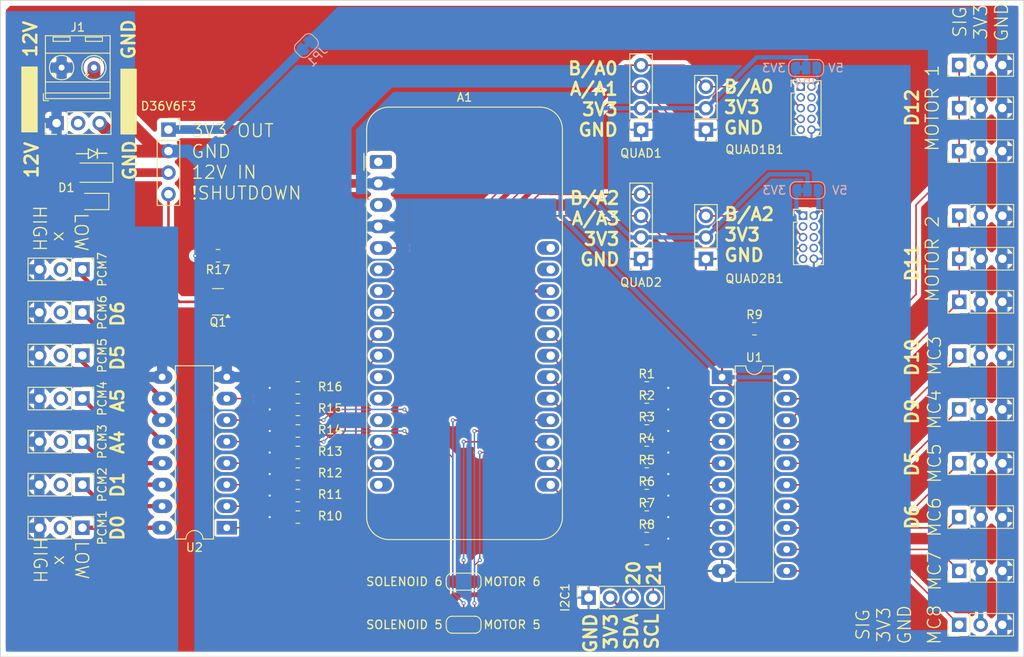
<source format=kicad_pcb>
(kicad_pcb (version 20240108) (generator "pcbnew") (generator_version "8.0")
  (layers (0 "F.Cu" signal) (31 "B.Cu" signal) (34 "B.Paste" user) (35 "F.Paste" user) (36 "B.SilkS" user "B.Silkscreen") (37 "F.SilkS" user "F.Silkscreen") (38 "B.Mask" user) (39 "F.Mask" user) (44 "Edge.Cuts" user))
  (net 0 "")
  (net 1 "MC2")
  (net 2 "QUAD_1B")
  (net 7 "MC3")
  (net 8 "Net-(A1-SCL{slash}D21)")
  (net 11 "MC4")
  (net 14 "GND")
  (net 15 "MC1")
  (net 16 "QUAD_2B")
  (net 17 "MC6")
  (net 19 "MC5")
  (net 20 "QUAD_2A")
  (net 21 "QUAD_1A")
  (net 22 "Net-(A1-SDA{slash}D20)")
  (net 23 "/MOTOR #8 OUTPUT")
  (net 24 "Net-(U1-~{OE})")
  (net 25 "/MOTOR #3 OUTPUT")
  (net 26 "/MOTOR #5 OUTPUT")
  (net 27 "+3V3")
  (net 28 "MC8")
  (net 29 "/MOTOR #7 OUTPUT")
  (net 30 "/MOTOR #1 OUTPUT")
  (net 31 "/MOTOR #4 OUTPUT")
  (net 32 "/MOTOR #6 OUTPUT")
  (net 33 "/MOTOR #2 OUTPUT")
  (net 34 "MC7")
  (net 35 "PC7")
  (net 36 "PC4")
  (net 37 "PC5")
  (net 38 "PC3")
  (net 39 "+12V")
  (net 40 "PC1")
  (net 41 "PC6")
  (net 42 "PC2")
  (net 43 "+5V")
  (net 44 "/!SHUTDOWN")
  (net 45 "/Q1_3V3")
  (net 56 "Net-(JP4-B)")
  (net 57 "/SOL1")
  (net 58 "/SOL2")
  (net 59 "/SOL3")
  (net 60 "/SOL4")
  (net 61 "/SOL5")
  (net 62 "/SOL6")
  (net 63 "/SOL7")
  (net 64 "IO6")
  (net 65 "IO5")
  (net 73 "VUSB")
  (net 75 "/Q2_3V3")
  (net 76 "Net-(JP5-B)")
  (net 77 "/+12VDC_REG")
  (footprint "Connector_PinHeader_2.54mm:PinHeader_1x03_P2.54mm_Vertical" (layer "F.Cu") (at 154.94 129.54 90)
    (property "Reference" "MC8")
    (property "Value" "Conn_01x03_Pin" (hide yes))
  )
  (footprint "Connector_PinHeader_2.54mm:PinHeader_1x03_P2.54mm_Vertical" (layer "F.Cu") (at 154.955 91.44 90)
    (property "Reference" "MC2A1" (hide yes))
    (property "Value" "Conn_01x03_Pin" (hide yes))
  )
  (footprint "Resistor_SMD:R_0805_2012Metric" (layer "F.Cu") (at 118.11 111.76)
    (property "Reference" "R5")
    (property "Value" "10k")
  )
  (footprint "Resistor_SMD:R_0805_2012Metric" (layer "F.Cu") (at 118.11 101.6)
    (property "Reference" "R1")
    (property "Value" "10k")
  )
  (footprint "Connector_PinHeader_2.54mm:PinHeader_1x03_P2.54mm_Vertical" (layer "F.Cu") (at 154.955 86.36 90)
    (property "Reference" "MC2B1" (hide yes))
    (property "Value" "Conn_01x03_Pin" (hide yes))
  )
  (footprint "Connector_PinHeader_2.54mm:PinHeader_1x03_P2.54mm_Vertical" (layer "F.Cu") (at 51.577 87.615 -90)
    (property "Reference" "PCM7")
    (property "Value" "Conn_01x03_Pin" (hide yes))
  )
  (footprint "Connector_PinHeader_2.54mm:PinHeader_1x03_P2.54mm_Vertical" (layer "F.Cu") (at 154.955 97.79 90)
    (property "Reference" "MC3")
    (property "Value" "Conn_01x03_Pin" (hide yes))
  )
  (footprint "Connector_PinHeader_2.54mm:PinHeader_1x03_P2.54mm_Vertical" (layer "F.Cu") (at 154.94 73.66 90)
    (property "Reference" "MC1A1" (hide yes))
    (property "Value" "Conn_01x03_Pin" (hide yes))
  )
  (footprint "Package_DIP:DIP-20_W7.62mm_LongPads" (layer "F.Cu") (at 126.985 100.335)
    (property "Reference" "U1")
    (property "Value" "SN74LVC245APW")
  )
  (footprint "Resistor_SMD:R_0805_2012Metric" (layer "F.Cu") (at 118.11 109.22)
    (property "Reference" "R4")
    (property "Value" "10k")
  )
  (footprint "Resistor_SMD:R_0805_2012Metric" (layer "F.Cu") (at 118.11 116.84)
    (property "Reference" "R7")
    (property "Value" "10k")
  )
  (footprint "Resistor_SMD:R_0805_2012Metric" (layer "F.Cu") (at 76.977 109.22 180)
    (property "Reference" "R13")
    (property "Value" "10kOhms" (hide yes))
  )
  (footprint "Resistor_SMD:R_0805_2012Metric" (layer "F.Cu") (at 76.977 101.6 180)
    (property "Reference" "R16")
    (property "Value" "10kOhms")
  )
  (footprint "Connector_PinHeader_2.54mm:PinHeader_1x03_P2.54mm_Vertical" (layer "F.Cu") (at 51.577 92.695 -90)
    (property "Reference" "PCM6")
    (property "Value" "Conn_01x03_Pin" (hide yes))
  )
  (footprint "Connector_PinHeader_2.54mm:PinHeader_1x03_P2.54mm_Vertical" (layer "F.Cu") (at 51.577 102.855 -90)
    (property "Reference" "PCM4")
    (property "Value" "Conn_01x03_Pin" (hide yes))
  )
  (footprint "Connector_PinSocket_2.54mm:PinSocket_1x04_P2.54mm_Vertical" (layer "F.Cu") (at 111.252 126.3396 90)
    (property "Reference" "I2C1")
    (property "Value" "Conn_01x04_Pin" (hide yes))
  )
  (footprint "Resistor_SMD:R_0805_2012Metric" (layer "F.Cu") (at 76.977 104.14 180)
    (property "Reference" "R15")
    (property "Value" "10kOhms" (hide yes))
  )
  (footprint "Package_DIP:DIP-16_W7.62mm_LongPads" (layer "F.Cu") (at 68.595 118.095 180)
    (property "Reference" "U2")
    (property "Value" "ULN2003")
  )
  (footprint "Connector_PinHeader_2.54mm:PinHeader_1x03_P2.54mm_Vertical" (layer "F.Cu") (at 154.94 116.84 90)
    (property "Reference" "MC6")
    (property "Value" "Conn_01x03_Pin" (hide yes))
  )
  (footprint "TerminalBlock_MetzConnect:TerminalBlock_MetzConnect_Type086_RT03402HBLC_1x02_P3.81mm_Horizontal" (layer "F.Cu") (at 49.1236 63.8048)
    (property "Reference" "J1")
    (property "Value" "Conn_01x02_Pin")
  )
  (footprint "Resistor_SMD:R_0805_2012Metric" (layer "F.Cu") (at 76.977 111.76 180)
    (property "Reference" "R12")
    (property "Value" "10kOhms" (hide yes))
  )
  (footprint "Resistor_SMD:R_0805_2012Metric" (layer "F.Cu") (at 76.977 106.68 180)
    (property "Reference" "R14")
    (property "Value" "10kOhms" (hide yes))
  )
  (footprint "Connector_PinHeader_2.54mm:PinHeader_1x03_P2.54mm_Vertical" (layer "F.Cu") (at 154.955 81.28 90)
    (property "Reference" "MC2C1" (hide yes))
    (property "Value" "Conn_01x03_Pin" (hide yes))
  )
  (footprint "Connector_PinHeader_2.54mm:PinHeader_1x03_P2.54mm_Vertical" (layer "F.Cu") (at 125.085 86.38 180)
    (property "Reference" "QUAD2B1")
    (property "Value" "Conn_01x03_Pin" (hide yes))
  )
  (footprint "Module:Adafruit_Feather_M0_RFM" (layer "F.Cu") (at 86.4675 74.93)
    (property "Reference" "A1")
    (property "Value" "Adafruit_Feather_M0_RFM9x_LoRa_Radio")
  )
  (footprint "Connector_PinSocket_2.54mm:PinSocket_1x04_P2.54mm_Vertical" (layer "F.Cu") (at 117.44 86.38 180)
    (property "Reference" "QUAD2")
    (property "Value" "Conn_01x04_Pin" (hide yes))
  )
  (footprint "Connector_PinHeader_2.54mm:PinHeader_1x03_P2.54mm_Vertical" (layer "F.Cu") (at 51.577 118.095 -90)
    (property "Reference" "PCM1")
    (property "Value" "Conn_01x03_Pin" (hide yes))
  )
  (footprint "Connector_PinSocket_2.54mm:PinSocket_1x04_P2.54mm_Vertical" (layer "F.Cu") (at 61.722 71.12)
    (property "Reference" "D36V6F3")
    (property "Value" "Conn_01x04_Pin")
  )
  (footprint "Resistor_SMD:R_0805_2012Metric" (layer "F.Cu") (at 118.11 104.14)
    (property "Reference" "R2")
    (property "Value" "10k")
  )
  (footprint "Connector_PinHeader_2.54mm:PinHeader_1x03_P2.54mm_Vertical" (layer "F.Cu") (at 154.94 68.58 90)
    (property "Reference" "MC1C1" (hide yes))
    (property "Value" "Conn_01x03_Pin" (hide yes))
  )
  (footprint "Diode_SMD:D_1206_3216Metric" (layer "F.Cu") (at 52.8828 76.2 180)
    (property "Reference" "D1")
    (property "Value" "D" (hide yes))
  )
  (footprint "Resistor_SMD:R_0805_2012Metric" (layer "F.Cu") (at 118.11 114.3)
    (property "Reference" "R6")
    (property "Value" "10k")
  )
  (footprint "Connector_PinHeader_2.54mm:PinHeader_1x03_P2.54mm_Vertical" (layer "F.Cu") (at 51.577 107.935 -90)
    (property "Reference" "PCM3")
    (property "Value" "Conn_01x03_Pin" (hide yes))
  )
  (footprint "Connector_PinHeader_2.54mm:PinHeader_1x03_P2.54mm_Vertical" (layer "F.Cu") (at 154.955 123.19 90)
    (property "Reference" "MC7")
    (property "Value" "Conn_01x03_Pin" (hide yes))
  )
  (footprint "Connector_PinHeader_1.27mm:PinHeader_2x05_P1.27mm_Vertical" (layer "F.Cu") (at 136.261 66.05)
    (property "Reference" "QUAD1_CTRE1" (hide yes))
    (property "Value" "3220-10-0100-00" (hide yes))
  )
  (footprint "Connector_PinHeader_2.54mm:PinHeader_1x03_P2.54mm_Vertical" (layer "F.Cu") (at 48.529 70.358 90)
    (property "Reference" "12V_INPUT1" (hide yes))
    (property "Value" "Conn_01x03_Pin" (hide yes))
  )
  (footprint "Package_TO_SOT_SMD:SOT-23" (layer "F.Cu") (at 67.564 91.44 180)
    (property "Reference" "Q1")
    (property "Value" "BSS138")
  )
  (footprint "Resistor_SMD:R_0805_2012Metric" (layer "F.Cu") (at 76.977 116.84 180)
    (property "Reference" "R10")
    (property "Value" "10kOhms" (hide yes))
  )
  (footprint "Resistor_SMD:R_0805_2012Metric" (layer "F.Cu") (at 130.81 94.615)
    (property "Reference" "R9")
    (property "Value" "10kOhms")
  )
  (footprint "Resistor_SMD:R_0805_2012Metric" (layer "F.Cu") (at 118.11 119.38)
    (property "Reference" "R8")
    (property "Value" "10k")
  )
  (footprint "Connector_PinHeader_2.54mm:PinHeader_1x03_P2.54mm_Vertical" (layer "F.Cu") (at 154.94 104.14 90)
    (property "Reference" "MC4")
    (property "Value" "Conn_01x03_Pin" (hide yes))
  )
  (footprint "Diode_SMD:D_0805_2012Metric_Pad1.15x1.40mm_HandSolder" (layer "F.Cu") (at 52.832 79.6036 180)
    (property "Reference" "D2" (hide yes))
    (property "Value" "D" (hide yes))
  )
  (footprint "Jumper:SolderJumper-3_P1.3mm_Open_RoundedPad1.0x1.5mm_NumberLabels" (layer "F.Cu") (at 96.52 129.54 180)
    (property "Reference" "JP3" (hide yes))
    (property "Value" "SolderJumper_3_Open" (hide yes))
  )
  (footprint "Connector_PinHeader_2.54mm:PinHeader_1x03_P2.54mm_Vertical" (layer "F.Cu") (at 51.577 113.015 -90)
    (property "Reference" "PCM2")
    (property "Value" "Conn_01x03_Pin" (hide yes))
  )
  (footprint "Connector_PinHeader_2.54mm:PinHeader_1x03_P2.54mm_Vertical" (layer "F.Cu") (at 125.085 71.14 180)
    (property "Reference" "QUAD1B1")
    (property "Value" "Conn_01x03_Pin" (hide yes))
  )
  (footprint "Jumper:SolderJumper-3_P1.3mm_Open_RoundedPad1.0x1.5mm_NumberLabels" (layer "F.Cu") (at 96.52 124.46 180)
    (property "Reference" "JP2" (hide yes))
    (property "Value" "SolderJumper_3_Open" (hide yes))
  )
  (footprint "Connector_PinHeader_2.54mm:PinHeader_1x03_P2.54mm_Vertical" (layer "F.Cu") (at 154.955 110.49 90)
    (property "Reference" "MC5")
    (property "Value" "Conn_01x03_Pin" (hide yes))
  )
  (footprint "Connector_PinHeader_2.54mm:PinHeader_1x03_P2.54mm_Vertical" (layer "F.Cu") (at 154.94 63.5 90)
    (property "Reference" "MC1B1" (hide yes))
    (property "Value" "Conn_01x03_Pin" (hide yes))
  )
  (footprint "Resistor_SMD:R_0805_2012Metric" (layer "F.Cu") (at 67.564 86.0044 180)
    (property "Reference" "R17")
    (property "Value" "10kOhms")
  )
  (footprint "Connector_PinHeader_2.54mm:PinHeader_1x03_P2.54mm_Vertical" (layer "F.Cu") (at 51.577 97.775 -90)
    (property "Reference" "PCM5")
    (property "Value" "Conn_01x03_Pin" (hide yes))
  )
  (footprint "Connector_PinHeader_1.27mm:PinHeader_2x05_P1.27mm_Vertical" (layer "F.Cu") (at 136.535 81.28)
    (property "Reference" "QUAD2_CTRE1" (hide yes))
    (property "Value" "3220-10-0100-00" (hide yes))
  )
  (footprint "Resistor_SMD:R_0805_2012Metric" (layer "F.Cu") (at 118.11 106.68)
    (property "Reference" "R3")
    (property "Value" "10k")
  )
  (footprint "Connector_PinSocket_2.54mm:PinSocket_1x04_P2.54mm_Vertical" (layer "F.Cu") (at 117.44 71.14 180)
    (property "Reference" "QUAD1")
    (property "Value" "Conn_01x04_Pin" (hide yes))
  )
  (footprint "Resistor_SMD:R_0805_2012Metric" (layer "F.Cu") (at 76.977 114.3 180)
    (property "Reference" "R11")
    (property "Value" "10kOhms" (hide yes))
  )
  (footprint "Jumper:SolderJumper-2_P1.3mm_Bridged_RoundedPad1.0x1.5mm" (layer "B.Cu") (at 77.978 61.214 45)
    (property "Reference" "JP1")
    (property "Value" "SolderJumper_2_Bridged" (hide yes))
  )
  (footprint "Jumper:SolderJumper-3_P1.3mm_Bridged12_RoundedPad1.0x1.5mm_NumberLabels" (layer "B.Cu") (at 136.906 63.8556)
    (property "Reference" "JP4")
    (property "Value" "SolderJumper_3_Open" (hide yes))
  )
  (footprint "Jumper:SolderJumper-3_P1.3mm_Bridged12_RoundedPad1.0x1.5mm_NumberLabels" (layer "B.Cu") (at 137.0584 78.2828)
    (property "Reference" "JP5" (hide yes))
    (property "Value" "SolderJumper_3_Open" (hide yes))
  )
  (gr_line (start 53.34 73.914) (end 53.34 74.5236) (stroke (width 0.15)) (layer "F.SilkS"))
  (gr_line (start 52.2732 73.9648) (end 50.8508 73.9648) (stroke (width 0.15)) (layer "F.SilkS"))
  (gr_rect (start 44.45 63.754) (end 46.228 71.374) (stroke (width 0.15)) (fill solid) (layer "F.SilkS"))
  (gr_line (start 53.34 73.914) (end 54.4576 73.914) (stroke (width 0.15)) (layer "F.SilkS"))
  (gr_line (start 52.2732 73.406) (end 52.2732 74.5236) (stroke (width 0.15)) (layer "F.SilkS"))
  (gr_line (start 53.34 73.914) (end 52.2732 73.406) (stroke (width 0.15)) (layer "F.SilkS"))
  (gr_rect (start 56.134 64.008) (end 57.912 71.628) (stroke (width 0.15)) (fill solid) (layer "F.SilkS"))
  (gr_line (start 52.2732 74.5236) (end 53.34 73.914) (stroke (width 0.15)) (layer "F.SilkS"))
  (gr_line (start 53.34 73.406) (end 53.34 73.914) (stroke (width 0.15)) (layer "F.SilkS"))
  (gr_line (start 53.34 73.914) (end 53.34 73.406) (stroke (width 0.15)) (layer "F.SilkS"))
  (gr_line (start 162.56 55.88) (end 162.56 133.35) (stroke (width 0.1)) (layer "Edge.Cuts"))
  (gr_line (start 162.56 133.35) (end 41.91 133.35) (stroke (width 0.1)) (layer "Edge.Cuts"))
  (gr_line (start 41.91 55.88) (end 162.56 55.88) (stroke (width 0.1)) (layer "Edge.Cuts"))
  (gr_line (start 41.91 133.35) (end 41.91 55.88) (stroke (width 0.1)) (layer "Edge.Cuts"))
  (gr_text "D12\n" (at 150.2664 68.5292 90) (layer "F.SilkS") (effects (font (size 1.5 1.5) (thickness 0.3) (bold yes)) (justify bottom)))
  (gr_text "B/A2\nA/A3\n3V3\nGND" (at 115.062 87.3252 0) (layer "F.SilkS") (effects (font (size 1.5 1.5) (thickness 0.3) (bold yes)) (justify right bottom)))
  (gr_text "GND\n3V3\nSDA\nSCL" (at 119.5832 128.0668 90) (layer "F.SilkS") (effects (font (size 1.5 1.5) (thickness 0.3) (bold yes)) (justify right bottom)))
  (gr_text "GND" (at 57.912 62.992 90) (layer "F.SilkS") (effects (font (size 1.524 1.524) (thickness 0.3) (bold yes)) (justify left bottom)))
  (gr_text "MOTOR 2\n" (at 152.669 86.36 90) (layer "F.SilkS") (effects (font (size 1.524 1.524)) (justify bottom)))
  (gr_text "A4" (at 56.5912 108.0008 90) (layer "F.SilkS") (effects (font (size 1.5 1.5) (thickness 0.3) (bold yes)) (justify bottom)))
  (gr_text "A5" (at 56.5912 103.0732 90) (layer "F.SilkS") (effects (font (size 1.5 1.5) (thickness 0.3) (bold yes)) (justify bottom)))
  (gr_text "LOW\n x \nHIGH\n" (at 48.9712 85.598 270) (layer "F.SilkS") (effects (font (size 1.524 1.524)) (justify right)))
  (gr_text "D0" (at 56.5912 118.11 90) (layer "F.SilkS") (effects (font (size 1.5 1.5) (thickness 0.3) (bold yes)) (justify bottom)))
  (gr_text "B/A2\n3V3\nGND" (at 127.1016 86.8172 0) (layer "F.SilkS") (effects (font (size 1.5 1.5) (thickness 0.3) (bold yes)) (justify left bottom)))
  (gr_text "D1" (at 56.5912 113.03 90) (layer "F.SilkS") (effects (font (size 1.5 1.5) (thickness 0.3) (bold yes)) (justify bottom)))
  (gr_text "D5\n" (at 56.5912 98.044 90) (layer "F.SilkS") (effects (font (size 1.5 1.5) (thickness 0.3) (bold yes)) (justify bottom)))
  (gr_text "SIG\n3V3\nGND" (at 157.48 58.42 90) (layer "F.SilkS") (effects (font (size 1.524 1.524))))
  (gr_text "LOW\n x \nHIGH\n" (at 49.037 121.92 270) (layer "F.SilkS") (effects (font (size 1.524 1.524))))
  (gr_text "D10\n" (at 150.2664 97.9932 90) (layer "F.SilkS") (effects (font (size 1.5 1.5) (thickness 0.3) (bold yes)) (justify bottom)))
  (gr_text "GND" (at 58.0644 77.2668 90) (layer "F.SilkS") (effects (font (size 1.524 1.524) (thickness 0.3) (bold yes)) (justify left bottom)))
  (gr_text "D5\n" (at 150.2664 110.5408 90) (layer "F.SilkS") (effects (font (size 1.5 1.5) (thickness 0.3) (bold yes)) (justify bottom)))
  (gr_text "12V" (at 46.482 77.0128 90) (layer "F.SilkS") (effects (font (size 1.524 1.524) (thickness 0.3) (bold yes)) (justify left bottom)))
  (gr_text "D9" (at 150.2664 104.394 90) (layer "F.SilkS") (effects (font (size 1.5 1.5) (thickness 0.3) (bold yes)) (justify bottom)))
  (gr_text "MOTOR 1" (at 152.654 68.58 90) (layer "F.SilkS") (effects (font (size 1.524 1.524)) (justify bottom)))
  (gr_text "3V3 OUT\nGND\n12V IN\n!SHUTDOWN" (at 64.33 74.93 0) (layer "F.SilkS") (effects (font (size 1.524 1.524)) (justify left)))
  (gr_text "B/A0\n3V3\nGND" (at 127.0508 71.7804 0) (layer "F.SilkS") (effects (font (size 1.5 1.5) (thickness 0.3) (bold yes)) (justify left bottom)))
  (gr_text "B/A0\nA/A1\n3V3\nGND" (at 114.8588 72.0344 0) (layer "F.SilkS") (effects (font (size 1.5 1.5) (thickness 0.3) (bold yes)) (justify right bottom)))
  (gr_text "D11" (at 150.2664 86.8172 90) (layer "F.SilkS") (effects (font (size 1.5 1.5) (thickness 0.3) (bold yes)) (justify bottom)))
  (gr_text "D6" (at 150.2664 116.7892 90) (layer "F.SilkS") (effects (font (size 1.5 1.5) (thickness 0.3) (bold yes)) (justify bottom)))
  (gr_text "SIG\n3V3\nGND" (at 146.05 129.54 90) (layer "F.SilkS") (effects (font (size 1.524 1.524))))
  (gr_text "D6" (at 56.5912 92.8624 90) (layer "F.SilkS") (effects (font (size 1.5 1.5) (thickness 0.3) (bold yes)) (justify bottom)))
  (gr_text "12V" (at 46.3296 62.738 90) (layer "F.SilkS") (effects (font (size 1.524 1.524) (thickness 0.3) (bold yes)) (justify left bottom)))
  (gr_text "20\n21" (at 119.8372 121.8184 90) (layer "F.SilkS") (effects (font (size 1.5 1.5) (thickness 0.3) (bold yes)) (justify right bottom)))
  (segment (start 118.11 105.415) (end 114.4125 105.415) (width 0.1778) (layer "F.Cu") (net 1))
  (segment (start 114.4125 105.415) (end 106.7875 97.79) (width 0.1778) (layer "F.Cu") (net 1))
  (segment (start 126.985 105.415) (end 118.11 105.415) (width 0.1778) (layer "F.Cu") (net 1))
  (segment (start 117.1975 104.14) (end 117.1975 104.5025) (width 0.1778) (layer "F.Cu") (net 1))
  (segment (start 117.1975 104.5025) (end 118.11 105.415) (width 0.1778) (layer "F.Cu") (net 1))
  (segment (start 125.085 66.06) (end 133.731 66.06) (width 0.1778) (layer "F.Cu") (net 2))
  (segment (start 122.545 63.52) (end 125.085 66.06) (width 0.1778) (layer "F.Cu") (net 2))
  (segment (start 86.4675 85.09) (end 93.98 85.09) (width 0.1778) (layer "F.Cu") (net 2))
  (segment (start 133.731 66.06) (end 136.261 68.59) (width 0.1778) (layer "F.Cu") (net 2))
  (segment (start 93.98 85.09) (end 115.57 63.5) (width 0.1778) (layer "F.Cu") (net 2))
  (segment (start 115.59 63.52) (end 117.44 63.52) (width 0.1778) (layer "F.Cu") (net 2))
  (segment (start 115.57 63.5) (end 115.59 63.52) (width 0.1778) (layer "F.Cu") (net 2))
  (segment (start 117.44 63.52) (end 122.545 63.52) (width 0.1778) (layer "F.Cu") (net 2))
  (segment (start 117.1975 106.68) (end 117.1975 107.0425) (width 0.1778) (layer "F.Cu") (net 7))
  (segment (start 126.985 107.955) (end 118.11 107.955) (width 0.1778) (layer "F.Cu") (net 7))
  (segment (start 118.11 107.955) (end 114.4125 107.955) (width 0.1778) (layer "F.Cu") (net 7))
  (segment (start 114.4125 107.955) (end 106.7875 100.33) (width 0.1778) (layer "F.Cu") (net 7))
  (segment (start 117.1975 107.0425) (end 118.11 107.955) (width 0.1778) (layer "F.Cu") (net 7))
  (segment (start 118.872 126.3396) (end 118.872 124.714) (width 0.1778) (layer "F.Cu") (net 8))
  (segment (start 112.8268 116.5293) (end 112.8268 118.6688) (width 0.1778) (layer "F.Cu") (net 8))
  (segment (start 106.7875 110.49) (end 112.8268 116.5293) (width 0.1778) (layer "F.Cu") (net 8))
  (segment (start 118.872 124.714) (end 112.8268 118.6688) (width 0.1778) (layer "F.Cu") (net 8))
  (segment (start 117.1975 109.22) (end 117.1975 109.5825) (width 0.1778) (layer "F.Cu") (net 11))
  (segment (start 126.985 110.495) (end 118.11 110.495) (width 0.1778) (layer "F.Cu") (net 11))
  (segment (start 118.11 110.495) (end 114.4125 110.495) (width 0.1778) (layer "F.Cu") (net 11))
  (segment (start 117.1975 109.5825) (end 118.11 110.495) (width 0.1778) (layer "F.Cu") (net 11))
  (segment (start 114.4125 110.495) (end 106.7875 102.87) (width 0.1778) (layer "F.Cu") (net 11))
  (segment (start 56.911 73.66) (end 61.722 73.66) (width 1.524) (layer "F.Cu") (net 14))
  (segment (start 160.035 73.675) (end 160.02 73.66) (width 0.381) (layer "F.Cu") (net 14))
  (segment (start 66.6515 89.9179) (end 66.6515 86.0044) (width 0.3048) (layer "F.Cu") (net 14))
  (segment (start 67.2236 90.49) (end 66.6515 89.9179) (width 0.3048) (layer "F.Cu") (net 14))
  (segment (start 160.035 104.155) (end 160.02 104.14) (width 0.381) (layer "F.Cu") (net 14))
  (segment (start 119.0225 119.38) (end 120.65 119.38) (width 0.508) (layer "F.Cu") (net 14))
  (segment (start 76.0645 104.14) (end 73.66 104.14) (width 0.508) (layer "F.Cu") (net 14))
  (segment (start 76.0645 111.76) (end 73.66 111.76) (width 0.508) (layer "F.Cu") (net 14))
  (segment (start 160.035 86.36) (end 160.035 81.28) (width 0.381) (layer "F.Cu") (net 14))
  (segment (start 160.035 116.855) (end 160.02 116.84) (width 0.381) (layer "F.Cu") (net 14))
  (segment (start 119.0225 114.3) (end 120.65 114.3) (width 0.508) (layer "F.Cu") (net 14))
  (segment (start 160.035 110.49) (end 160.035 104.155) (width 0.381) (layer "F.Cu") (net 14))
  (segment (start 160.035 123.19) (end 160.035 116.855) (width 0.381) (layer "F.Cu") (net 14))
  (segment (start 160.02 116.84) (end 160.02 110.505) (width 0.381) (layer "F.Cu") (net 14))
  (segment (start 119.0225 106.68) (end 120.65 106.68) (width 0.508) (layer "F.Cu") (net 14))
  (segment (start 160.02 73.66) (end 160.02 68.58) (width 0.381) (layer "F.Cu") (net 14))
  (segment (start 66.6515 86.0044) (end 64.8716 86.0044) (width 0.3048) (layer "F.Cu") (net 14))
  (segment (start 61.722 73.66) (end 60.5028 73.66) (width 1.524) (layer "F.Cu") (net 14))
  (segment (start 160.02 129.54) (end 160.02 123.205) (width 0.381) (layer "F.Cu") (net 14))
  (segment (start 52.9336 66.0908) (end 52.9336 63.8048) (width 1.524) (layer "F.Cu") (net 14))
  (segment (start 76.0645 101.6) (end 73.66 101.6) (width 0.508) (layer "F.Cu") (net 14))
  (segment (start 119.0225 111.76) (end 120.65 111.76) (width 0.508) (layer "F.Cu") (net 14))
  (segment (start 160.02 104.14) (end 160.02 97.805) (width 0.381) (layer "F.Cu") (net 14))
  (segment (start 160.02 97.805) (end 160.035 97.79) (width 0.381) (layer "F.Cu") (net 14))
  (segment (start 76.0645 109.22) (end 73.66 109.22) (width 0.508) (layer "F.Cu") (net 14))
  (segment (start 76.0645 114.3) (end 73.66 114.3) (width 0.508) (layer "F.Cu") (net 14))
  (segment (start 76.0645 106.68) (end 73.66 106.68) (width 0.508) (layer "F.Cu") (net 14))
  (segment (start 119.0225 109.22) (end 120.65 109.22) (width 0.508) (layer "F.Cu") (net 14))
  (segment (start 160.035 81.28) (end 160.035 73.675) (width 0.381) (layer "F.Cu") (net 14))
  (segment (start 119.0225 104.14) (end 120.65 104.14) (width 0.508) (layer "F.Cu") (net 14))
  (segment (start 160.035 86.36) (end 160.035 91.44) (width 0.381) (layer "F.Cu") (net 14))
  (segment (start 60.5028 73.66) (end 52.9336 66.0908) (width 1.524) (layer "F.Cu") (net 14))
  (segment (start 160.02 110.505) (end 160.035 110.49) (width 0.381) (layer "F.Cu") (net 14))
  (segment (start 53.609 70.358) (end 56.911 73.66) (width 1.524) (layer "F.Cu") (net 14))
  (segment (start 119.0225 101.6) (end 120.65 101.6) (width 0.508) (layer "F.Cu") (net 14))
  (segment (start 68.5015 90.49) (end 67.2236 90.49) (width 0.3048) (layer "F.Cu") (net 14))
  (segment (start 160.02 68.58) (end 160.02 63.5) (width 0.381) (layer "F.Cu") (net 14))
  (segment (start 160.02 123.205) (end 160.035 123.19) (width 0.381) (layer "F.Cu") (net 14))
  (segment (start 76.0645 116.84) (end 73.66 116.84) (width 0.508) (layer "F.Cu") (net 14))
  (segment (start 160.035 97.79) (end 160.035 91.44) (width 0.381) (layer "F.Cu") (net 14))
  (segment (start 119.0225 116.84) (end 120.65 116.84) (width 0.508) (layer "F.Cu") (net 14))
  (via (at 120.65 109.22) (size 0.4572) (drill 0.254) (layers "F.Cu" "B.Cu") (net 14))
  (via (at 73.66 106.68) (size 0.4572) (drill 0.254) (layers "F.Cu" "B.Cu") (net 14))
  (via (at 73.66 111.76) (size 0.4572) (drill 0.254) (layers "F.Cu" "B.Cu") (net 14))
  (via (at 120.65 114.3) (size 0.4572) (drill 0.254) (layers "F.Cu" "B.Cu") (net 14))
  (via (at 64.8716 86.0044) (size 0.4572) (drill 0.254) (layers "F.Cu" "B.Cu") (net 14))
  (via (at 73.66 101.6) (size 0.4572) (drill 0.254) (layers "F.Cu" "B.Cu") (net 14))
  (via (at 73.66 104.14) (size 0.4572) (drill 0.254) (layers "F.Cu" "B.Cu") (net 14))
  (via (at 73.66 109.22) (size 0.4572) (drill 0.254) (layers "F.Cu" "B.Cu") (net 14))
  (via (at 73.66 116.84) (size 0.4572) (drill 0.254) (layers "F.Cu" "B.Cu") (net 14))
  (via (at 120.65 111.76) (size 0.4572) (drill 0.254) (layers "F.Cu" "B.Cu") (net 14))
  (via (at 120.65 106.68) (size 0.4572) (drill 0.254) (layers "F.Cu" "B.Cu") (net 14))
  (via (at 73.66 114.3) (size 0.4572) (drill 0.254) (layers "F.Cu" "B.Cu") (net 14))
  (via (at 120.65 101.6) (size 0.4572) (drill 0.254) (layers "F.Cu" "B.Cu") (net 14))
  (via (at 120.65 119.38) (size 0.4572) (drill 0.254) (layers "F.Cu" "B.Cu") (net 14))
  (via (at 120.65 104.14) (size 0.4572) (drill 0.254) (layers "F.Cu" "B.Cu") (net 14))
  (via (at 120.65 116.84) (size 0.4572) (drill 0.254) (layers "F.Cu" "B.Cu") (net 14))
  (segment (start 61.79 73.7) (end 61.83 73.66) (width 1.524) (layer "B.Cu") (net 14))
  (segment (start 61.83 73.66) (end 64.135 73.66) (width 1.524) (layer "B.Cu") (net 14))
  (segment (start 64.135 73.66) (end 67.31 76.835) (width 1.524) (layer "B.Cu") (net 14))
  (segment (start 117.1975 101.6) (end 117.1975 101.9625) (width 0.1778) (layer "F.Cu") (net 15))
  (segment (start 114.4125 102.875) (end 106.7875 95.25) (width 0.1778) (layer "F.Cu") (net 15))
  (segment (start 117.1975 101.9625) (end 118.11 102.875) (width 0.1778) (layer "F.Cu") (net 15))
  (segment (start 126.985 102.875) (end 118.11 102.875) (width 0.1778) (layer "F.Cu") (net 15))
  (segment (start 118.11 102.875) (end 114.4125 102.875) (width 0.1778) (layer "F.Cu") (net 15))
  (segment (start 105.41 78.74) (end 106.68 78.74) (width 0.1778) (layer "F.Cu") (net 16))
  (segment (start 117.44 78.76) (end 122.545 78.76) (width 0.1778) (layer "F.Cu") (net 16))
  (segment (start 86.4675 90.17) (end 93.98 90.17) (width 0.1778) (layer "F.Cu") (net 16))
  (segment (start 134.015 81.3) (end 136.535 83.82) (width 0.1778) (layer "F.Cu") (net 16))
  (segment (start 122.545 78.76) (end 125.085 81.3) (width 0.1778) (layer "F.Cu") (net 16))
  (segment (start 106.68 78.74) (end 106.7 78.76) (width 0.1778) (layer "F.Cu") (net 16))
  (segment (start 93.98 90.17) (end 105.41 78.74) (width 0.1778) (layer "F.Cu") (net 16))
  (segment (start 125.085 81.3) (end 134.015 81.3) (width 0.1778) (layer "F.Cu") (net 16))
  (segment (start 106.7 78.76) (end 117.44 78.76) (width 0.1778) (layer "F.Cu") (net 16))
  (segment (start 118.11 115.575) (end 114.305 115.575) (width 0.1778) (layer "F.Cu") (net 17))
  (segment (start 98.455 121.95) (end 98.425 121.92) (width 0.1524) (layer "F.Cu") (net 17))
  (segment (start 107.95 109.22) (end 98.425 109.22) (width 0.1778) (layer "F.Cu") (net 17))
  (segment (start 126.985 115.575) (end 118.11 115.575) (width 0.1778) (layer "F.Cu") (net 17))
  (segment (start 97.82 124.46) (end 97.82 122.525) (width 0.1524) (layer "F.Cu") (net 17))
  (segment (start 117.1975 114.3) (end 117.1975 114.6625) (width 0.1778) (layer "F.Cu") (net 17))
  (segment (start 114.305 115.575) (end 107.95 109.22) (width 0.1778) (layer "F.Cu") (net 17))
  (segment (start 97.82 122.525) (end 98.425 121.92) (width 0.1524) (layer "F.Cu") (net 17))
  (segment (start 117.1975 114.6625) (end 118.11 115.575) (width 0.1778) (layer "F.Cu") (net 17))
  (via (at 98.425 121.92) (size 0.4572) (drill 0.254) (layers "F.Cu" "B.Cu") (net 17))
  (via (at 98.425 109.22) (size 0.4572) (drill 0.254) (layers "F.Cu" "B.Cu") (net 17))
  (segment (start 98.425 109.22) (end 98.425 121.92) (width 0.1778) (layer "B.Cu") (net 17))
  (segment (start 114.305 113.035) (end 107.95 106.68) (width 0.1778) (layer "F.Cu") (net 19))
  (segment (start 97.82 127.03) (end 97.79 127) (width 0.1524) (layer "F.Cu") (net 19))
  (segment (start 117.1975 111.76) (end 117.1975 112.1225) (width 0.1778) (layer "F.Cu") (net 19))
  (segment (start 118.11 113.035) (end 114.305 113.035) (width 0.1778) (layer "F.Cu") (net 19))
  (segment (start 97.82 129.54) (end 97.82 127.03) (width 0.1524) (layer "F.Cu") (net 19))
  (segment (start 117.1975 112.1225) (end 118.11 113.035) (width 0.1778) (layer "F.Cu") (net 19))
  (segment (start 107.95 106.68) (end 97.79 106.68) (width 0.1778) (layer "F.Cu") (net 19))
  (segment (start 126.985 113.035) (end 118.11 113.035) (width 0.1778) (layer "F.Cu") (net 19))
  (via (at 97.79 106.68) (size 0.4572) (drill 0.254) (layers "F.Cu" "B.Cu") (net 19))
  (via (at 97.79 127) (size 0.4572) (drill 0.254) (layers "F.Cu" "B.Cu") (net 19))
  (segment (start 97.79 127) (end 97.79 106.68) (width 0.1524) (layer "B.Cu") (net 19))
  (segment (start 117.44 81.3) (end 121.23 85.09) (width 0.1778) (layer "F.Cu") (net 20))
  (segment (start 105.41 81.28) (end 106.68 81.28) (width 0.1778) (layer "F.Cu") (net 20))
  (segment (start 106.68 81.28) (end 106.7 81.3) (width 0.1778) (layer "F.Cu") (net 20))
  (segment (start 86.4675 92.71) (end 93.98 92.71) (width 0.1778) (layer "F.Cu") (net 20))
  (segment (start 93.98 92.71) (end 105.41 81.28) (width 0.1778) (layer "F.Cu") (net 20))
  (segment (start 106.7 81.3) (end 117.44 81.3) (width 0.1778) (layer "F.Cu") (net 20))
  (segment (start 121.23 85.09) (end 136.535 85.09) (width 0.1778) (layer "F.Cu") (net 20))
  (segment (start 121.24 69.86) (end 136.261 69.86) (width 0.1778) (layer "F.Cu") (net 21))
  (segment (start 115.57 66.04) (end 115.59 66.06) (width 0.1778) (layer "F.Cu") (net 21))
  (segment (start 86.4675 87.63) (end 93.98 87.63) (width 0.1778) (layer "F.Cu") (net 21))
  (segment (start 117.44 66.06) (end 121.24 69.86) (width 0.1778) (layer "F.Cu") (net 21))
  (segment (start 115.59 66.06) (end 117.44 66.06) (width 0.1778) (layer "F.Cu") (net 21))
  (segment (start 93.98 87.63) (end 115.57 66.04) (width 0.1778) (layer "F.Cu") (net 21))
  (segment (start 116.332 124.0536) (end 111.4044 119.126) (width 0.1778) (layer "F.Cu") (net 22))
  (segment (start 111.4044 117.6469) (end 106.7875 113.03) (width 0.1778) (layer "F.Cu") (net 22))
  (segment (start 116.332 126.3396) (end 116.332 124.0536) (width 0.1778) (layer "F.Cu") (net 22))
  (segment (start 111.4044 119.126) (end 111.4044 117.6469) (width 0.1778) (layer "F.Cu") (net 22))
  (segment (start 148.595 123.195) (end 154.94 129.54) (width 0.1778) (layer "F.Cu") (net 23))
  (segment (start 134.605 123.195) (end 148.595 123.195) (width 0.1778) (layer "F.Cu") (net 23))
  (segment (start 136.139 102.875) (end 136.652 102.362) (width 0.1778) (layer "F.Cu") (net 24))
  (segment (start 135.255 94.615) (end 131.7225 94.615) (width 0.1778) (layer "F.Cu") (net 24))
  (segment (start 136.652 102.362) (end 136.652 96.012) (width 0.1778) (layer "F.Cu") (net 24))
  (segment (start 136.652 96.012) (end 135.255 94.615) (width 0.1778) (layer "F.Cu") (net 24))
  (segment (start 134.605 102.875) (end 136.139 102.875) (width 0.1778) (layer "F.Cu") (net 24))
  (segment (start 142.25 110.495) (end 154.955 97.79) (width 0.1778) (layer "F.Cu") (net 25))
  (segment (start 134.605 110.495) (end 142.25 110.495) (width 0.1778) (layer "F.Cu") (net 25))
  (segment (start 149.87 115.575) (end 154.955 110.49) (width 0.1778) (layer "F.Cu") (net 26))
  (segment (start 134.605 115.575) (end 149.87 115.575) (width 0.1778) (layer "F.Cu") (net 26))
  (segment (start 86.4675 77.47) (end 82.55 77.47) (width 1.016) (layer "F.Cu") (net 27))
  (segment (start 130.7084 127) (end 128.6764 129.032) (width 0.254) (layer "F.Cu") (net 27))
  (segment (start 116.4844 129.032) (end 113.792 126.3396) (width 0.254) (layer "F.Cu") (net 27))
  (segment (start 126.985 95.9) (end 128.27 94.615) (width 0.254) (layer "F.Cu") (net 27))
  (segment (start 128.6764 129.032) (end 116.4844 129.032) (width 0.254) (layer "F.Cu") (net 27))
  (segment (start 130.7084 104.0584) (end 130.7084 127) (width 0.254) (layer "F.Cu") (net 27))
  (segment (start 126.985 100.335) (end 130.7084 104.0584) (width 0.254) (layer "F.Cu") (net 27))
  (segment (start 76.2 71.12) (end 61.722 71.12) (width 1.016) (layer "F.Cu") (net 27))
  (segment (start 82.55 77.47) (end 76.2 71.12) (width 1.016) (layer "F.Cu") (net 27))
  (segment (start 126.985 100.335) (end 126.985 95.9) (width 0.254) (layer "F.Cu") (net 27))
  (segment (start 128.27 94.615) (end 129.8975 94.615) (width 0.254) (layer "F.Cu") (net 27))
  (segment (start 131.0924 62.5926) (end 136.901 62.5926) (width 0.508) (layer "B.Cu") (net 27))
  (segment (start 132.5218 76.4032) (end 137.0584 76.4032) (width 0.508) (layer "B.Cu") (net 27))
  (segment (start 68.072 71.12) (end 77.518381 61.673619) (width 1.016) (layer "B.Cu") (net 27))
  (segment (start 136.901 62.5926) (end 136.906 62.5976) (width 0.508) (layer "B.Cu") (net 27))
  (segment (start 108.605 68.6) (end 117.44 68.6) (width 0.508) (layer "B.Cu") (net 27))
  (segment (start 117.44 83.84) (end 125.085 83.84) (width 0.508) (layer "B.Cu") (net 27))
  (segment (start 107.95 81.3) (end 107.95 77.47) (width 0.508) (layer "B.Cu") (net 27))
  (segment (start 117.44 68.6) (end 125.085 68.6) (width 0.508) (layer "B.Cu") (net 27))
  (segment (start 137.0584 76.4032) (end 137.0584 78.2828) (width 0.508) (layer "B.Cu") (net 27))
  (segment (start 116.225 83.84) (end 109.22 76.835) (width 0.508) (layer "B.Cu") (net 27))
  (segment (start 125.085 68.6) (end 131.0924 62.5926) (width 0.508) (layer "B.Cu") (net 27))
  (segment (start 136.906 62.5976) (end 136.906 63.8556) (width 0.508) (layer "B.Cu") (net 27))
  (segment (start 108.585 68.58) (end 108.605 68.6) (width 0.254) (layer "B.Cu") (net 27))
  (segment (start 126.985 100.335) (end 107.95 81.3) (width 0.508) (layer "B.Cu") (net 27))
  (segment (start 134.605 100.335) (end 126.985 100.335) (width 0.508) (layer "B.Cu") (net 27))
  (segment (start 117.44 83.84) (end 116.225 83.84) (width 0.508) (layer "B.Cu") (net 27))
  (segment (start 61.722 71.12) (end 68.072 71.12) (width 1.016) (layer "B.Cu") (net 27))
  (segment (start 125.085 83.84) (end 132.5218 76.4032) (width 0.508) (layer "B.Cu") (net 27))
  (segment (start 117.1975 119.38) (end 117.1975 119.7425) (width 0.1778) (layer "F.Cu") (net 28))
  (segment (start 117.1975 119.7425) (end 118.11 120.655) (width 0.1778) (layer "F.Cu") (net 28))
  (segment (start 126.985 120.655) (end 118.11 120.655) (width 0.1778) (layer "F.Cu") (net 28))
  (segment (start 154.955 123.19) (end 152.42 120.655) (width 0.1778) (layer "F.Cu") (net 29))
  (segment (start 152.42 120.655) (end 134.605 120.655) (width 0.1778) (layer "F.Cu") (net 29))
  (segment (start 135.005 105.415) (end 149.86 90.56) (width 0.1778) (layer "F.Cu") (net 30))
  (segment (start 154.94 63.5) (end 154.94 68.58) (width 0.1778) (layer "F.Cu") (net 30))
  (segment (start 134.605 105.415) (end 135.005 105.415) (width 0.1778) (layer "F.Cu") (net 30))
  (segment (start 149.86 80.01) (end 154.94 74.93) (width 0.1778) (layer "F.Cu") (net 30))
  (segment (start 154.94 74.93) (end 154.94 73.66) (width 0.1778) (layer "F.Cu") (net 30))
  (segment (start 154.94 73.66) (end 154.94 68.58) (width 0.1778) (layer "F.Cu") (net 30))
  (segment (start 149.86 90.56) (end 149.86 80.01) (width 0.1778) (layer "F.Cu") (net 30))
  (segment (start 134.605 113.035) (end 146.045 113.035) (width 0.1778) (layer "F.Cu") (net 31))
  (segment (start 146.045 113.035) (end 154.94 104.14) (width 0.1778) (layer "F.Cu") (net 31))
  (segment (start 134.605 118.115) (end 153.665 118.115) (width 0.1778) (layer "F.Cu") (net 32))
  (segment (start 153.665 118.115) (end 154.94 116.84) (width 0.1778) (layer "F.Cu") (net 32))
  (segment (start 138.44 107.955) (end 154.955 91.44) (width 0.1778) (layer "F.Cu") (net 33))
  (segment (start 134.605 107.955) (end 138.44 107.955) (width 0.1778) (layer "F.Cu") (net 33))
  (segment (start 154.955 91.44) (end 154.955 86.36) (width 0.1778) (layer "F.Cu") (net 33))
  (segment (start 154.955 81.28) (end 154.955 86.36) (width 0.1778) (layer "F.Cu") (net 33))
  (segment (start 118.837348 118.115) (end 118.832348 118.11) (width 0.1778) (layer "F.Cu") (net 34))
  (segment (start 126.985 118.115) (end 118.837348 118.115) (width 0.1778) (layer "F.Cu") (net 34))
  (segment (start 117.1975 117.1975) (end 118.11 118.11) (width 0.1778) (layer "F.Cu") (net 34))
  (segment (start 117.1975 116.84) (end 117.1975 117.1975) (width 0.1778) (layer "F.Cu") (net 34))
  (segment (start 118.832348 118.11) (end 118.11 118.11) (width 0.1778) (layer "F.Cu") (net 34))
  (segment (start 68.595 102.855) (end 76.6345 102.855) (width 0.1778) (layer "F.Cu") (net 35))
  (segment (start 76.6345 102.855) (end 77.8895 101.6) (width 0.1778) (layer "F.Cu") (net 35))
  (segment (start 78.755 110.475) (end 82.55 106.68) (width 0.1778) (layer "F.Cu") (net 36))
  (segment (start 82.55 106.68) (end 82.55 99.1675) (width 0.1778) (layer "F.Cu") (net 36))
  (segment (start 77.8895 109.22) (end 77.8895 110.0555) (width 0.1778) (layer "F.Cu") (net 36))
  (segment (start 82.55 99.1675) (end 86.4675 95.25) (width 0.1778) (layer "F.Cu") (net 36))
  (segment (start 68.595 110.475) (end 77.47 110.475) (width 0.1778) (layer "F.Cu") (net 36))
  (segment (start 77.47 110.475) (end 78.755 110.475) (width 0.1778) (layer "F.Cu") (net 36))
  (segment (start 77.8895 110.0555) (end 77.47 110.475) (width 0.1778) (layer "F.Cu") (net 36))
  (segment (start 95.22 129.54) (end 94.455909 128.775909) (width 0.1524) (layer "F.Cu") (net 37))
  (segment (start 79.995 107.935) (end 80.01 107.95) (width 0.1778) (layer "F.Cu") (net 37))
  (segment (start 68.595 107.935) (end 76.6345 107.935) (width 0.1778) (layer "F.Cu") (net 37))
  (segment (start 76.6345 107.935) (end 79.995 107.935) (width 0.1778) (layer "F.Cu") (net 37))
  (segment (start 94.455909 111.600909) (end 89.535 106.68) (width 0.1524) (layer "F.Cu") (net 37))
  (segment (start 76.6345 107.935) (end 77.8895 106.68) (width 0.1778) (layer "F.Cu") (net 37))
  (segment (start 94.455909 128.775909) (end 94.455909 111.600909) (width 0.1524) (layer "F.Cu") (net 37))
  (via (at 80.01 107.95) (size 0.4572) (drill 0.254) (layers "F.Cu" "B.Cu") (net 37))
  (via (at 89.535 106.68) (size 0.4572) (drill 0.254) (layers "F.Cu" "B.Cu") (net 37))
  (segment (start 81.28 106.68) (end 80.01 107.95) (width 0.1524) (layer "B.Cu") (net 37))
  (segment (start 89.535 106.68) (end 81.28 106.68) (width 0.1524) (layer "B.Cu") (net 37))
  (segment (start 77.47 113.015) (end 80.025 113.015) (width 0.1778) (layer "F.Cu") (net 38))
  (segment (start 77.8895 111.76) (end 77.8895 112.5955) (width 0.1778) (layer "F.Cu") (net 38))
  (segment (start 68.595 113.015) (end 77.47 113.015) (width 0.1778) (layer "F.Cu") (net 38))
  (segment (start 80.025 113.015) (end 83.82 109.22) (width 0.1778) (layer "F.Cu") (net 38))
  (segment (start 83.82 100.4375) (end 86.4675 97.79) (width 0.1778) (layer "F.Cu") (net 38))
  (segment (start 83.82 109.22) (end 83.82 100.4375) (width 0.1778) (layer "F.Cu") (net 38))
  (segment (start 77.8895 112.5955) (end 77.47 113.015) (width 0.1778) (layer "F.Cu") (net 38))
  (segment (start 51.4828 76.2) (end 51.4828 79.2794) (width 0.508) (layer "F.Cu") (net 39))
  (segment (start 51.4828 79.2794) (end 51.807 79.6036) (width 0.508) (layer "F.Cu") (net 39))
  (segment (start 48.529 74.691) (end 48.529 70.358) (width 1.016) (layer "F.Cu") (net 39))
  (segment (start 51.4828 76.2) (end 50.038 76.2) (width 1.016) (layer "F.Cu") (net 39))
  (segment (start 50.038 76.2) (end 48.529 74.691) (width 1.016) (layer "F.Cu") (net 39))
  (segment (start 78.8625 118.095) (end 86.4675 110.49) (width 0.1778) (layer "F.Cu") (net 40))
  (segment (start 77.8895 117.6755) (end 77.47 118.095) (width 0.1778) (layer "F.Cu") (net 40))
  (segment (start 76.835 118.095) (end 77.47 118.095) (width 0.1778) (layer "F.Cu") (net 40))
  (segment (start 77.47 118.095) (end 78.8625 118.095) (width 0.1778) (layer "F.Cu") (net 40))
  (segment (start 68.595 118.095) (end 76.835 118.095) (width 0.1778) (layer "F.Cu") (net 40))
  (segment (start 77.8895 116.84) (end 77.8895 117.6755) (width 0.1778) (layer "F.Cu") (net 40))
  (segment (start 76.6345 105.395) (end 79.995 105.395) (width 0.1778) (layer "F.Cu") (net 41))
  (segment (start 76.6345 105.395) (end 77.8895 104.14) (width 0.1778) (layer "F.Cu") (net 41))
  (segment (start 68.595 105.395) (end 76.6345 105.395) (width 0.1778) (layer "F.Cu") (net 41))
  (segment (start 95.22 124.46) (end 95.22 109.825) (width 0.1524) (layer "F.Cu") (net 41))
  (segment (start 95.22 109.825) (end 89.535 104.14) (width 0.1524) (layer "F.Cu") (net 41))
  (segment (start 80.01 105.41) (end 79.995 105.395) (width 0.1778) (layer "F.Cu") (net 41))
  (via (at 79.995 105.395) (size 0.4572) (drill 0.254) (layers "F.Cu" "B.Cu") (net 41))
  (via (at 89.535 104.14) (size 0.4572) (drill 0.254) (layers "F.Cu" "B.Cu") (net 41))
  (segment (start 79.995 105.395) (end 81.25 104.14) (width 0.1778) (layer "B.Cu") (net 41))
  (segment (start 81.25 104.14) (end 89.535 104.14) (width 0.1778) (layer "B.Cu") (net 41))
  (segment (start 76.835 115.555) (end 78.8625 115.555) (width 0.1778) (layer "F.Cu") (net 42))
  (segment (start 77.8895 114.3) (end 77.8895 114.5005) (width 0.1778) (layer "F.Cu") (net 42))
  (segment (start 77.8895 114.5005) (end 76.835 115.555) (width 0.1778) (layer "F.Cu") (net 42))
  (segment (start 78.8625 115.555) (end 86.4675 107.95) (width 0.1778) (layer "F.Cu") (net 42))
  (segment (start 68.595 115.555) (end 76.835 115.555) (width 0.1778) (layer "F.Cu") (net 42))
  (segment (start 157.495 123.19) (end 157.495 129.525) (width 0.381) (layer "F.Cu") (net 43))
  (segment (start 157.48 123.175) (end 157.495 123.19) (width 0.381) (layer "F.Cu") (net 43))
  (segment (start 157.48 116.84) (end 157.48 123.175) (width 0.381) (layer "F.Cu") (net 43))
  (segment (start 157.48 63.5) (end 157.48 68.58) (width 0.381) (layer "F.Cu") (net 43))
  (segment (start 157.495 110.49) (end 157.495 116.825) (width 0.381) (layer "F.Cu") (net 43))
  (segment (start 157.495 129.525) (end 157.48 129.54) (width 0.381) (layer "F.Cu") (net 43))
  (segment (start 157.48 73.66) (end 157.48 81.265) (width 0.381) (layer "F.Cu") (net 43))
  (segment (start 157.48 68.58) (end 157.48 73.66) (width 0.381) (layer "F.Cu") (net 43))
  (segment (start 157.495 97.79) (end 157.495 104.125) (width 0.381) (layer "F.Cu") (net 43))
  (segment (start 157.495 91.44) (end 157.495 97.79) (width 0.381) (layer "F.Cu") (net 43))
  (segment (start 157.495 104.155) (end 157.48 104.14) (width 0.381) (layer "F.Cu") (net 43))
  (segment (start 157.48 81.265) (end 157.495 81.28) (width 0.381) (layer "F.Cu") (net 43))
  (segment (start 157.495 110.49) (end 157.495 104.155) (width 0.381) (layer "F.Cu") (net 43))
  (segment (start 157.495 81.28) (end 157.495 86.36) (width 0.381) (layer "F.Cu") (net 43))
  (segment (start 157.495 86.36) (end 157.495 91.44) (width 0.381) (layer "F.Cu") (net 43))
  (segment (start 157.495 116.825) (end 157.48 116.84) (width 0.381) (layer "F.Cu") (net 43))
  (segment (start 157.495 104.125) (end 157.48 104.14) (width 0.381) (layer "F.Cu") (net 43))
  (segment (start 157.48 129.54) (end 157.48 127) (width 0.6096) (layer "B.Cu") (net 43))
  (segment (start 62.992 91.44) (end 66.6265 91.44) (width 0.3048) (layer "F.Cu") (net 44))
  (segment (start 61.722 90.17) (end 62.992 91.44) (width 0.3048) (layer "F.Cu") (net 44))
  (segment (start 61.722 78.74) (end 61.722 90.17) (width 0.3048) (layer "F.Cu") (net 44))
  (segment (start 135.606 65.395) (end 136.261 66.05) (width 0.3048) (layer "B.Cu") (net 45))
  (segment (start 135.606 63.8556) (end 135.606 65.395) (width 0.3048) (layer "B.Cu") (net 45))
  (segment (start 138.206 63.8556) (end 138.206 65.375) (width 0.3048) (layer "B.Cu") (net 56))
  (segment (start 138.206 65.375) (end 137.531 66.05) (width 0.3048) (layer "B.Cu") (net 56))
  (segment (start 60.975 118.095) (end 51.577 118.095) (width 0.508) (layer "F.Cu") (net 57))
  (segment (start 60.975 115.555) (end 54.117 115.555) (width 0.508) (layer "F.Cu") (net 58))
  (segment (start 54.117 115.555) (end 51.577 113.015) (width 0.508) (layer "F.Cu") (net 58))
  (segment (start 60.975 113.015) (end 56.657 113.015) (width 0.508) (layer "F.Cu") (net 59))
  (segment (start 56.657 113.015) (end 51.577 107.935) (width 0.508) (layer "F.Cu") (net 59))
  (segment (start 60.975 110.475) (end 59.197 110.475) (width 0.508) (layer "F.Cu") (net 60))
  (segment (start 59.197 110.475) (end 51.577 102.855) (width 0.508) (layer "F.Cu") (net 60))
  (segment (start 51.577 98.537) (end 51.577 97.775) (width 0.508) (layer "F.Cu") (net 61))
  (segment (start 60.975 107.935) (end 51.577 98.537) (width 0.508) (layer "F.Cu") (net 61))
  (segment (start 60.975 105.395) (end 55.88 100.3) (width 0.508) (layer "F.Cu") (net 62))
  (segment (start 55.88 100.3) (end 55.88 96.998) (width 0.508) (layer "F.Cu") (net 62))
  (segment (start 55.88 96.998) (end 51.577 92.695) (width 0.508) (layer "F.Cu") (net 62))
  (segment (start 57.15 93.98) (end 51.577 88.407) (width 0.508) (layer "F.Cu") (net 63))
  (segment (start 57.15 99.03) (end 57.15 93.98) (width 0.508) (layer "F.Cu") (net 63))
  (segment (start 60.975 102.855) (end 57.15 99.03) (width 0.508) (layer "F.Cu") (net 63))
  (segment (start 51.577 88.407) (end 51.577 87.615) (width 0.508) (layer "F.Cu") (net 63))
  (segment (start 106.7875 107.95) (end 96.52 107.95) (width 0.1778) (layer "F.Cu") (net 64))
  (segment (start 96.52 121.92) (end 96.52 124.46) (width 0.1778) (layer "F.Cu") (net 64))
  (via (at 96.52 121.92) (size 0.4572) (drill 0.254) (layers "F.Cu" "B.Cu") (net 64))
  (via (at 96.52 107.95) (size 0.4572) (drill 0.254) (layers "F.Cu" "B.Cu") (net 64))
  (segment (start 96.52 107.95) (end 96.52 121.92) (width 0.1778) (layer "B.Cu") (net 64))
  (segment (start 106.7875 105.41) (end 95.25 105.41) (width 0.1778) (layer "F.Cu") (net 65))
  (segment (start 96.52 129.54) (end 96.52 127) (width 0.1778) (layer "F.Cu") (net 65))
  (via (at 96.52 127) (size 0.4572) (drill 0.254) (layers "F.Cu" "B.Cu") (net 65))
  (via (at 95.25 105.41) (size 0.4572) (drill 0.254) (layers "F.Cu" "B.Cu") (net 65))
  (segment (start 95.25 125.73) (end 95.885 126.365) (width 0.1778) (layer "B.Cu") (net 65))
  (segment (start 95.885 126.365) (end 96.52 127) (width 0.1778) (layer "B.Cu") (net 65))
  (segment (start 95.25 105.41) (end 95.25 125.73) (width 0.1778) (layer "B.Cu") (net 65))
  (segment (start 82.23 92.39) (end 71.2216 92.39) (width 0.381) (layer "F.Cu") (net 73))
  (segment (start 106.7875 90.17) (end 104.648 90.17) (width 0.381) (layer "F.Cu") (net 73))
  (segment (start 71.2216 92.39) (end 68.5015 92.39) (width 0.381) (layer "F.Cu") (net 73))
  (segment (start 68.4765 86.0044) (end 70.7644 86.0044) (width 0.3048) (layer "F.Cu") (net 73))
  (segment (start 100.838 93.98) (end 83.82 93.98) (width 0.381) (layer "F.Cu") (net 73))
  (segment (start 70.7644 86.0044) (end 71.2216 86.4616) (width 0.3048) (layer "F.Cu") (net 73))
  (segment (start 83.82 93.98) (end 82.23 92.39) (width 0.381) (layer "F.Cu") (net 73))
  (segment (start 104.648 90.17) (end 100.838 93.98) (width 0.381) (layer "F.Cu") (net 73))
  (segment (start 71.2216 86.4616) (end 71.2216 92.39) (width 0.3048) (layer "F.Cu") (net 73))
  (segment (start 135.7584 80.5034) (end 136.535 81.28) (width 0.508) (layer "B.Cu") (net 75))
  (segment (start 135.7584 78.2828) (end 135.7584 80.5034) (width 0.508) (layer "B.Cu") (net 75))
  (segment (start 138.3584 80.7266) (end 137.805 81.28) (width 0.508) (layer "B.Cu") (net 76))
  (segment (start 138.3584 78.2828) (end 138.3584 80.7266) (width 0.508) (layer "B.Cu") (net 76))
  (segment (start 54.2828 76.2) (end 54.2828 79.1778) (width 0.508) (layer "F.Cu") (net 77))
  (segment (start 54.2828 79.1778) (end 53.857 79.6036) (width 0.508) (layer "F.Cu") (net 77))
  (segment (start 61.722 76.2) (end 54.2828 76.2) (width 1.016) (layer "F.Cu") (net 77))
  (zone (net 0) (net_name "") (layer "F.Cu") (priority 7) (connect_pads (clearance 0.508)) (min_thickness 0.508) (fill yes (thermal_gap 0.508) (thermal_bridge_width 1.2192) (smoothing chamfer) (radius 0.508) (island_removal_mode 1) (island_area_min 9.999998))
    (polygon (pts (xy 42.545 56.515) (xy 161.925 56.515) (xy 161.925 132.715) (xy 42.545 132.715)))
  )
  (zone (net 27) (net_name "+3V3") (layer "B.Cu") (priority 5) (connect_pads (clearance 0.508)) (min_thickness 0.254) (fill yes (thermal_gap 0.508) (thermal_bridge_width 1.2192) (smoothing chamfer) (island_removal_mode 1) (island_area_min 9.999998))
    (polygon (pts (xy 83.82 78.74) (xy 113.03 78.74) (xy 113.03 66.675) (xy 88.265 66.675) (xy 83.82 71.12)))
  )
  (zone (net 14) (net_name "GND") (layer "B.Cu") (priority 4) (connect_pads (clearance 0.508)) (min_thickness 0.254) (fill yes (thermal_gap 0.508) (thermal_bridge_width 1.2192) (smoothing chamfer) (island_removal_mode 1) (island_area_min 9.999999))
    (polygon (pts (xy 83.82 79.375) (xy 83.82 86.36) (xy 90.17 86.36) (xy 90.17 79.375)))
  )
  (zone (net 14) (net_name "GND") (layer "B.Cu") (priority 6) (connect_pads (clearance 0.508)) (min_thickness 0.254) (fill yes (thermal_gap 0.508) (thermal_bridge_width 1.2192) (smoothing chamfer) (island_removal_mode 1) (island_area_min 9.999998))
    (polygon (pts (xy 161.925 56.515) (xy 159.385 56.515) (xy 159.385 130.175) (xy 145.415 130.175) (xy 145.415 132.715) (xy 161.925 132.715)))
  )
  (zone (net 43) (net_name "+5V") (layer "B.Cu") (priority 1) (connect_pads (clearance 0.508)) (min_thickness 0.254) (fill yes (thermal_gap 0.508) (thermal_bridge_width 1.2192) (smoothing chamfer))
    (polygon (pts (xy 158.242 128.016) (xy 151.257 128.016) (xy 151.257 61.722) (xy 76.581 61.722) (xy 81.661 56.642) (xy 158.242 56.642)))
  )
  (zone (net 39) (net_name "+12V") (layer "B.Cu") (connect_pads (clearance 0.508)) (min_thickness 0.254) (fill yes (thermal_gap 0.508) (thermal_bridge_width 1.2192) (smoothing chamfer) (island_removal_mode 1) (island_area_min 9.999999))
    (polygon (pts (xy 62.865 132.715) (xy 62.865 82.55) (xy 57.785 82.55) (xy 57.785 57.15) (xy 42.545 57.15) (xy 42.545 132.715)))
  )
  (zone (net 14) (net_name "GND") (layer "B.Cu") (priority 3) (connect_pads (clearance 0.254)) (min_thickness 0.1778) (fill yes (thermal_gap 0.508) (thermal_bridge_width 0.254) (smoothing chamfer) (island_removal_mode 2) (island_area_min 9.999999))
    (polygon (pts (xy 149.225 132.715) (xy 149.225 63.5) (xy 75.565 63.5) (xy 64.77 74.295) (xy 64.77 132.715)))
  )
  (zone (net 14) (net_name "GND") (layer "B.Cu") (priority 4) (connect_pads (clearance 0.508)) (min_thickness 0.254) (fill yes (thermal_gap 0.508) (thermal_bridge_width 1.2192) (smoothing chamfer) (island_removal_mode 1) (island_area_min 9.999999))
    (polygon (pts (xy 65.405 97.155) (xy 65.405 104.14) (xy 71.755 104.14) (xy 71.755 97.155)))
  )
)
</source>
